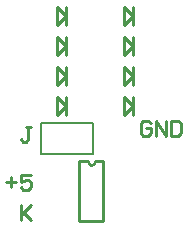
<source format=gto>
%FSLAX24Y24*%
%MOIN*%
G70*
G01*
G75*
%ADD10C,0.0700*%
%ADD11R,0.0600X0.0640*%
%ADD12C,0.1000*%
%ADD13R,0.0512X0.0551*%
%ADD14O,0.1200X0.0250*%
%ADD15R,0.1200X0.0250*%
%ADD16C,0.0200*%
%ADD17C,0.0100*%
%ADD18C,0.0079*%
D17*
X104325Y79350D02*
X104362Y79262D01*
X104450Y79225D01*
X104538Y79262D01*
X104575Y79350D01*
X103300Y83900D02*
Y84500D01*
Y83900D02*
X103600Y84200D01*
X103300Y84500D02*
X103600Y84200D01*
Y83900D02*
Y84500D01*
X105550Y83900D02*
Y84500D01*
Y83900D02*
X105850Y84200D01*
X105550Y84500D02*
X105850Y84200D01*
Y83900D02*
Y84500D01*
X103300Y82900D02*
Y83500D01*
Y82900D02*
X103600Y83200D01*
X103300Y83500D02*
X103600Y83200D01*
Y82900D02*
Y83500D01*
X105550Y82900D02*
Y83500D01*
Y82900D02*
X105850Y83200D01*
X105550Y83500D02*
X105850Y83200D01*
Y82900D02*
Y83500D01*
X103300Y81900D02*
Y82500D01*
Y81900D02*
X103600Y82200D01*
X103300Y82500D02*
X103600Y82200D01*
Y81900D02*
Y82500D01*
X105550Y81900D02*
Y82500D01*
Y81900D02*
X105850Y82200D01*
X105550Y82500D02*
X105850Y82200D01*
Y81900D02*
Y82500D01*
X103300Y80900D02*
Y81500D01*
Y80900D02*
X103600Y81200D01*
X103300Y81500D02*
X103600Y81200D01*
Y80900D02*
Y81500D01*
X105550Y80900D02*
Y81500D01*
Y80900D02*
X105850Y81200D01*
X105550Y81500D02*
X105850Y81200D01*
Y80900D02*
Y81500D01*
X104050Y77350D02*
Y79350D01*
Y77350D02*
X104850D01*
Y79350D01*
X104575D02*
X104850D01*
X104050D02*
X104325D01*
X102100Y77900D02*
Y77400D01*
Y77567D01*
X102433Y77900D01*
X102183Y77650D01*
X102433Y77400D01*
Y80500D02*
X102267D01*
X102350D01*
Y80083D01*
X102267Y80000D01*
X102183D01*
X102100Y80083D01*
X106433Y80617D02*
X106350Y80700D01*
X106183D01*
X106100Y80617D01*
Y80283D01*
X106183Y80200D01*
X106350D01*
X106433Y80283D01*
Y80450D01*
X106267D01*
X106600Y80200D02*
Y80700D01*
X106933Y80200D01*
Y80700D01*
X107100D02*
Y80200D01*
X107350D01*
X107433Y80283D01*
Y80617D01*
X107350Y80700D01*
X107100D01*
X101600Y78650D02*
X101933D01*
X101767Y78817D02*
Y78483D01*
X102433Y78900D02*
X102100D01*
Y78650D01*
X102266Y78733D01*
X102350D01*
X102433Y78650D01*
Y78483D01*
X102350Y78400D01*
X102183D01*
X102100Y78483D01*
D18*
X102760Y80612D02*
X104492D01*
X102760Y79588D02*
Y80612D01*
Y79588D02*
X104492D01*
Y80612D01*
M02*

</source>
